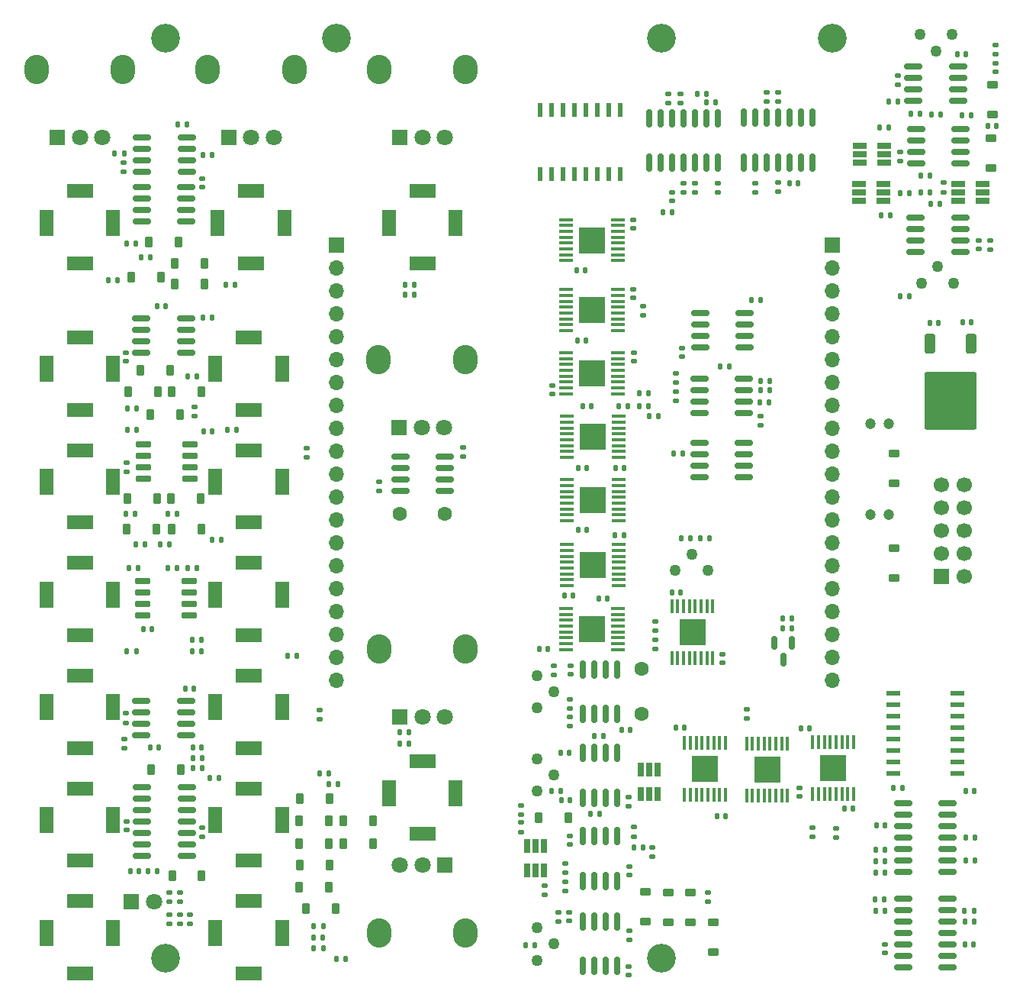
<source format=gbr>
%TF.GenerationSoftware,KiCad,Pcbnew,7.0.10*%
%TF.CreationDate,2024-04-12T22:07:13+02:00*%
%TF.ProjectId,L235-Analog-Processor,4c323335-2d41-46e6-916c-6f672d50726f,rev?*%
%TF.SameCoordinates,Original*%
%TF.FileFunction,Soldermask,Top*%
%TF.FilePolarity,Negative*%
%FSLAX46Y46*%
G04 Gerber Fmt 4.6, Leading zero omitted, Abs format (unit mm)*
G04 Created by KiCad (PCBNEW 7.0.10) date 2024-04-12 22:07:13*
%MOMM*%
%LPD*%
G01*
G04 APERTURE LIST*
G04 Aperture macros list*
%AMRoundRect*
0 Rectangle with rounded corners*
0 $1 Rounding radius*
0 $2 $3 $4 $5 $6 $7 $8 $9 X,Y pos of 4 corners*
0 Add a 4 corners polygon primitive as box body*
4,1,4,$2,$3,$4,$5,$6,$7,$8,$9,$2,$3,0*
0 Add four circle primitives for the rounded corners*
1,1,$1+$1,$2,$3*
1,1,$1+$1,$4,$5*
1,1,$1+$1,$6,$7*
1,1,$1+$1,$8,$9*
0 Add four rect primitives between the rounded corners*
20,1,$1+$1,$2,$3,$4,$5,0*
20,1,$1+$1,$4,$5,$6,$7,0*
20,1,$1+$1,$6,$7,$8,$9,0*
20,1,$1+$1,$8,$9,$2,$3,0*%
G04 Aperture macros list end*
%ADD10O,2.720000X3.240000*%
%ADD11R,1.800000X1.800000*%
%ADD12C,1.800000*%
%ADD13R,0.650000X1.560000*%
%ADD14RoundRect,0.135000X-0.185000X0.135000X-0.185000X-0.135000X0.185000X-0.135000X0.185000X0.135000X0*%
%ADD15RoundRect,0.135000X0.185000X-0.135000X0.185000X0.135000X-0.185000X0.135000X-0.185000X-0.135000X0*%
%ADD16RoundRect,0.140000X-0.170000X0.140000X-0.170000X-0.140000X0.170000X-0.140000X0.170000X0.140000X0*%
%ADD17C,3.200000*%
%ADD18RoundRect,0.150000X0.825000X0.150000X-0.825000X0.150000X-0.825000X-0.150000X0.825000X-0.150000X0*%
%ADD19RoundRect,0.140000X0.140000X0.170000X-0.140000X0.170000X-0.140000X-0.170000X0.140000X-0.170000X0*%
%ADD20RoundRect,0.135000X-0.135000X-0.185000X0.135000X-0.185000X0.135000X0.185000X-0.135000X0.185000X0*%
%ADD21RoundRect,0.140000X-0.140000X-0.170000X0.140000X-0.170000X0.140000X0.170000X-0.140000X0.170000X0*%
%ADD22RoundRect,0.100000X0.675000X0.100000X-0.675000X0.100000X-0.675000X-0.100000X0.675000X-0.100000X0*%
%ADD23R,3.000000X3.000000*%
%ADD24RoundRect,0.225000X0.225000X0.375000X-0.225000X0.375000X-0.225000X-0.375000X0.225000X-0.375000X0*%
%ADD25C,1.600000*%
%ADD26RoundRect,0.150000X-0.725000X-0.150000X0.725000X-0.150000X0.725000X0.150000X-0.725000X0.150000X0*%
%ADD27RoundRect,0.100000X0.100000X-0.675000X0.100000X0.675000X-0.100000X0.675000X-0.100000X-0.675000X0*%
%ADD28RoundRect,0.150000X0.150000X-0.825000X0.150000X0.825000X-0.150000X0.825000X-0.150000X-0.825000X0*%
%ADD29RoundRect,0.225000X-0.375000X0.225000X-0.375000X-0.225000X0.375000X-0.225000X0.375000X0.225000X0*%
%ADD30RoundRect,0.135000X0.135000X0.185000X-0.135000X0.185000X-0.135000X-0.185000X0.135000X-0.185000X0*%
%ADD31R,1.500000X3.000000*%
%ADD32R,3.000000X1.500000*%
%ADD33RoundRect,0.225000X-0.225000X-0.375000X0.225000X-0.375000X0.225000X0.375000X-0.225000X0.375000X0*%
%ADD34RoundRect,0.140000X0.170000X-0.140000X0.170000X0.140000X-0.170000X0.140000X-0.170000X-0.140000X0*%
%ADD35R,0.600000X1.500000*%
%ADD36RoundRect,0.150000X-0.825000X-0.150000X0.825000X-0.150000X0.825000X0.150000X-0.825000X0.150000X0*%
%ADD37RoundRect,0.150000X-0.150000X0.587500X-0.150000X-0.587500X0.150000X-0.587500X0.150000X0.587500X0*%
%ADD38RoundRect,0.100000X-0.100000X0.675000X-0.100000X-0.675000X0.100000X-0.675000X0.100000X0.675000X0*%
%ADD39R,1.700000X1.700000*%
%ADD40O,1.700000X1.700000*%
%ADD41RoundRect,0.150000X-0.150000X0.825000X-0.150000X-0.825000X0.150000X-0.825000X0.150000X0.825000X0*%
%ADD42R,1.560000X0.650000*%
%ADD43RoundRect,0.250000X-0.350000X0.850000X-0.350000X-0.850000X0.350000X-0.850000X0.350000X0.850000X0*%
%ADD44RoundRect,0.249997X-2.650003X2.950003X-2.650003X-2.950003X2.650003X-2.950003X2.650003X2.950003X0*%
%ADD45RoundRect,0.225000X0.375000X-0.225000X0.375000X0.225000X-0.375000X0.225000X-0.375000X-0.225000X0*%
%ADD46R,1.500000X0.600000*%
%ADD47C,1.200000*%
%ADD48C,1.260000*%
%ADD49C,1.700000*%
G04 APERTURE END LIST*
D10*
%TO.C,RV10*%
X143800000Y-36750000D03*
X153400000Y-36750000D03*
D11*
X146100000Y-44250000D03*
D12*
X148600000Y-44250000D03*
X151100000Y-44250000D03*
%TD*%
D13*
%TO.C,TR4*%
X191840000Y-117070000D03*
X192790000Y-117070000D03*
X193740000Y-117070000D03*
X193740000Y-114370000D03*
X192790000Y-114370000D03*
X191840000Y-114370000D03*
%TD*%
D14*
%TO.C,R14*%
X195790000Y-72450000D03*
X195790000Y-73470000D03*
%TD*%
D15*
%TO.C,R42*%
X199300000Y-129000000D03*
X199300000Y-127980000D03*
%TD*%
D16*
%TO.C,C25*%
X229350000Y-55690000D03*
X229350000Y-56650000D03*
%TD*%
D17*
%TO.C,H1*%
X194100000Y-33250000D03*
%TD*%
D18*
%TO.C,U6*%
X227050000Y-40230000D03*
X227050000Y-38960000D03*
X227050000Y-37690000D03*
X227050000Y-36420000D03*
X222100000Y-36420000D03*
X222100000Y-37690000D03*
X222100000Y-38960000D03*
X222100000Y-40230000D03*
%TD*%
D19*
%TO.C,C35*%
X142280000Y-105350000D03*
X141320000Y-105350000D03*
%TD*%
D20*
%TO.C,R87*%
X134830000Y-101250000D03*
X135850000Y-101250000D03*
%TD*%
D21*
%TO.C,C41*%
X143310000Y-76810000D03*
X144270000Y-76810000D03*
%TD*%
D22*
%TO.C,U26*%
X189350000Y-72675000D03*
X189350000Y-72025000D03*
X189350000Y-71375000D03*
X189350000Y-70725000D03*
X189350000Y-70075000D03*
X189350000Y-69425000D03*
X189350000Y-68775000D03*
X189350000Y-68125000D03*
X183600000Y-68125000D03*
X183600000Y-68775000D03*
X183600000Y-69425000D03*
X183600000Y-70075000D03*
X183600000Y-70725000D03*
X183600000Y-71375000D03*
X183600000Y-72025000D03*
X183600000Y-72675000D03*
D23*
X186475000Y-70400000D03*
%TD*%
D24*
%TO.C,D17*%
X162160000Y-122540000D03*
X158860000Y-122540000D03*
%TD*%
D21*
%TO.C,C1*%
X230365000Y-43025000D03*
X231325000Y-43025000D03*
%TD*%
%TO.C,C80*%
X204165000Y-62325000D03*
X205125000Y-62325000D03*
%TD*%
D25*
%TO.C,C7*%
X191950000Y-108150000D03*
X191950000Y-103150000D03*
%TD*%
D14*
%TO.C,R35*%
X142350000Y-74140000D03*
X142350000Y-75160000D03*
%TD*%
D20*
%TO.C,R85*%
X134910000Y-76650000D03*
X135930000Y-76650000D03*
%TD*%
D21*
%TO.C,C66*%
X183376000Y-95028000D03*
X184336000Y-95028000D03*
%TD*%
D26*
%TO.C,U15*%
X136600000Y-93440000D03*
X136600000Y-94710000D03*
X136600000Y-95980000D03*
X136600000Y-97250000D03*
X141750000Y-97250000D03*
X141750000Y-95980000D03*
X141750000Y-94710000D03*
X141750000Y-93440000D03*
%TD*%
D27*
%TO.C,U33*%
X203600000Y-117260000D03*
X204250000Y-117260000D03*
X204900000Y-117260000D03*
X205550000Y-117260000D03*
X206200000Y-117260000D03*
X206850000Y-117260000D03*
X207500000Y-117260000D03*
X208150000Y-117260000D03*
X208150000Y-111510000D03*
X207500000Y-111510000D03*
X206850000Y-111510000D03*
X206200000Y-111510000D03*
X205550000Y-111510000D03*
X204900000Y-111510000D03*
X204250000Y-111510000D03*
X203600000Y-111510000D03*
D23*
X205875000Y-114385000D03*
%TD*%
D21*
%TO.C,C50*%
X187186000Y-95434400D03*
X188146000Y-95434400D03*
%TD*%
D28*
%TO.C,U9*%
X185385000Y-126700000D03*
X186655000Y-126700000D03*
X187925000Y-126700000D03*
X189195000Y-126700000D03*
X189195000Y-121750000D03*
X187925000Y-121750000D03*
X186655000Y-121750000D03*
X185385000Y-121750000D03*
%TD*%
D20*
%TO.C,R21*%
X220600000Y-61830000D03*
X221620000Y-61830000D03*
%TD*%
D29*
%TO.C,D21*%
X192328800Y-127942800D03*
X192328800Y-131242800D03*
%TD*%
D22*
%TO.C,U28*%
X189407561Y-86750000D03*
X189407561Y-86100000D03*
X189407561Y-85450000D03*
X189407561Y-84800000D03*
X189407561Y-84150000D03*
X189407561Y-83500000D03*
X189407561Y-82850000D03*
X189407561Y-82200000D03*
X183657561Y-82200000D03*
X183657561Y-82850000D03*
X183657561Y-83500000D03*
X183657561Y-84150000D03*
X183657561Y-84800000D03*
X183657561Y-85450000D03*
X183657561Y-86100000D03*
X183657561Y-86750000D03*
D23*
X186532561Y-84475000D03*
%TD*%
D30*
%TO.C,R72*%
X158244000Y-115978000D03*
X157224000Y-115978000D03*
%TD*%
D21*
%TO.C,C6*%
X183020000Y-117750000D03*
X183980000Y-117750000D03*
%TD*%
D19*
%TO.C,C69*%
X185850000Y-87780000D03*
X184890000Y-87780000D03*
%TD*%
D28*
%TO.C,U10*%
X185385000Y-117450000D03*
X186655000Y-117450000D03*
X187925000Y-117450000D03*
X189195000Y-117450000D03*
X189195000Y-112500000D03*
X187925000Y-112500000D03*
X186655000Y-112500000D03*
X185385000Y-112500000D03*
%TD*%
D30*
%TO.C,R88*%
X133770000Y-60130000D03*
X132750000Y-60130000D03*
%TD*%
D29*
%TO.C,D10*%
X230850000Y-38400000D03*
X230850000Y-41700000D03*
%TD*%
D31*
%TO.C,J11*%
X152050000Y-94950000D03*
D32*
X148350000Y-91450000D03*
X148350000Y-99450000D03*
D31*
X144650000Y-94950000D03*
%TD*%
%TO.C,J4*%
X152050000Y-119950000D03*
D32*
X148350000Y-116450000D03*
X148350000Y-124450000D03*
D31*
X144650000Y-119950000D03*
%TD*%
D14*
%TO.C,R24*%
X220600000Y-45880000D03*
X220600000Y-46900000D03*
%TD*%
D20*
%TO.C,R76*%
X158060000Y-135330000D03*
X159080000Y-135330000D03*
%TD*%
%TO.C,R26*%
X222950000Y-50350000D03*
X223970000Y-50350000D03*
%TD*%
D19*
%TO.C,C48*%
X195300000Y-52550000D03*
X194340000Y-52550000D03*
%TD*%
D30*
%TO.C,R5*%
X137410000Y-57525000D03*
X136390000Y-57525000D03*
%TD*%
D20*
%TO.C,R106*%
X227795000Y-130030000D03*
X228815000Y-130030000D03*
%TD*%
%TO.C,R92*%
X152640000Y-101725000D03*
X153660000Y-101725000D03*
%TD*%
D31*
%TO.C,J2*%
X152300000Y-53700000D03*
D32*
X148600000Y-50200000D03*
X148600000Y-58200000D03*
D31*
X144900000Y-53700000D03*
%TD*%
D20*
%TO.C,R37*%
X144240000Y-88860000D03*
X145260000Y-88860000D03*
%TD*%
D31*
%TO.C,J12*%
X171300000Y-53700000D03*
D32*
X167600000Y-50200000D03*
X167600000Y-58200000D03*
D31*
X163900000Y-53700000D03*
%TD*%
D33*
%TO.C,D8*%
X140125000Y-60500000D03*
X143425000Y-60500000D03*
%TD*%
D16*
%TO.C,C28*%
X183980400Y-121698000D03*
X183980400Y-122658000D03*
%TD*%
D21*
%TO.C,C4*%
X141600000Y-92000000D03*
X142560000Y-92000000D03*
%TD*%
%TO.C,C43*%
X207637500Y-98675000D03*
X208597500Y-98675000D03*
%TD*%
D34*
%TO.C,C54*%
X191041600Y-54337200D03*
X191041600Y-53377200D03*
%TD*%
D30*
%TO.C,R3*%
X144277500Y-46227501D03*
X143257500Y-46227501D03*
%TD*%
%TO.C,R23*%
X225111974Y-41685000D03*
X224091974Y-41685000D03*
%TD*%
D14*
%TO.C,R59*%
X141859000Y-130429000D03*
X141859000Y-131449000D03*
%TD*%
D16*
%TO.C,C71*%
X203600000Y-107690000D03*
X203600000Y-108650000D03*
%TD*%
D20*
%TO.C,R75*%
X155573000Y-131699000D03*
X156593000Y-131699000D03*
%TD*%
D14*
%TO.C,R49*%
X178562000Y-120241600D03*
X178562000Y-121261600D03*
%TD*%
D16*
%TO.C,C9*%
X139573000Y-130485000D03*
X139573000Y-131445000D03*
%TD*%
%TO.C,C58*%
X209490000Y-116390000D03*
X209490000Y-117350000D03*
%TD*%
D30*
%TO.C,R63*%
X192695000Y-74050000D03*
X191675000Y-74050000D03*
%TD*%
%TO.C,R108*%
X218920000Y-130020000D03*
X217900000Y-130020000D03*
%TD*%
D34*
%TO.C,C27*%
X190500000Y-137160000D03*
X190500000Y-136200000D03*
%TD*%
D31*
%TO.C,J17*%
X133300000Y-82450000D03*
D32*
X129600000Y-78950000D03*
X129600000Y-86950000D03*
D31*
X125900000Y-82450000D03*
%TD*%
D10*
%TO.C,RV9*%
X124800000Y-36750000D03*
X134400000Y-36750000D03*
D11*
X127100000Y-44250000D03*
D12*
X129600000Y-44250000D03*
X132100000Y-44250000D03*
%TD*%
D19*
%TO.C,C75*%
X228860000Y-116725000D03*
X227900000Y-116725000D03*
%TD*%
D27*
%TO.C,U32*%
X210922500Y-117060000D03*
X211572500Y-117060000D03*
X212222500Y-117060000D03*
X212872500Y-117060000D03*
X213522500Y-117060000D03*
X214172500Y-117060000D03*
X214822500Y-117060000D03*
X215472500Y-117060000D03*
X215472500Y-111310000D03*
X214822500Y-111310000D03*
X214172500Y-111310000D03*
X213522500Y-111310000D03*
X212872500Y-111310000D03*
X212222500Y-111310000D03*
X211572500Y-111310000D03*
X210922500Y-111310000D03*
D23*
X213197500Y-114185000D03*
%TD*%
D21*
%TO.C,C76*%
X227815000Y-133750000D03*
X228775000Y-133750000D03*
%TD*%
D16*
%TO.C,C24*%
X162790000Y-82480000D03*
X162790000Y-83440000D03*
%TD*%
D31*
%TO.C,J7*%
X152050000Y-69950000D03*
D32*
X148350000Y-66450000D03*
X148350000Y-74450000D03*
D31*
X144650000Y-69950000D03*
%TD*%
D35*
%TO.C,U19*%
X189572500Y-41185000D03*
X188302500Y-41185000D03*
X187032500Y-41185000D03*
X185762500Y-41185000D03*
X184492500Y-41185000D03*
X183222500Y-41185000D03*
X181952500Y-41185000D03*
X180682500Y-41185000D03*
X180682500Y-48285000D03*
X181952500Y-48285000D03*
X183222500Y-48285000D03*
X184492500Y-48285000D03*
X185762500Y-48285000D03*
X187032500Y-48285000D03*
X188302500Y-48285000D03*
X189572500Y-48285000D03*
%TD*%
D13*
%TO.C,TR3*%
X181125000Y-122850000D03*
X180175000Y-122850000D03*
X179225000Y-122850000D03*
X179225000Y-125550000D03*
X180175000Y-125550000D03*
X181125000Y-125550000D03*
%TD*%
D22*
%TO.C,U24*%
X189400000Y-79725000D03*
X189400000Y-79075000D03*
X189400000Y-78425000D03*
X189400000Y-77775000D03*
X189400000Y-77125000D03*
X189400000Y-76475000D03*
X189400000Y-75825000D03*
X189400000Y-75175000D03*
X183650000Y-75175000D03*
X183650000Y-75825000D03*
X183650000Y-76475000D03*
X183650000Y-77125000D03*
X183650000Y-77775000D03*
X183650000Y-78425000D03*
X183650000Y-79075000D03*
X183650000Y-79725000D03*
D23*
X186525000Y-77450000D03*
%TD*%
D29*
%TO.C,D20*%
X194868800Y-127968200D03*
X194868800Y-131268200D03*
%TD*%
D34*
%TO.C,C37*%
X143170000Y-121770000D03*
X143170000Y-120810000D03*
%TD*%
D19*
%TO.C,C52*%
X185860000Y-80900000D03*
X184900000Y-80900000D03*
%TD*%
D21*
%TO.C,C16*%
X134820000Y-56050000D03*
X135780000Y-56050000D03*
%TD*%
D15*
%TO.C,R101*%
X193500000Y-98950000D03*
X193500000Y-97930000D03*
%TD*%
D19*
%TO.C,C22*%
X227920000Y-35030000D03*
X226960000Y-35030000D03*
%TD*%
D21*
%TO.C,C60*%
X195725000Y-109700000D03*
X196685000Y-109700000D03*
%TD*%
D16*
%TO.C,C14*%
X134680000Y-68140000D03*
X134680000Y-69100000D03*
%TD*%
D34*
%TO.C,C77*%
X218950000Y-134710000D03*
X218950000Y-133750000D03*
%TD*%
D30*
%TO.C,R107*%
X228835000Y-131180000D03*
X227815000Y-131180000D03*
%TD*%
D36*
%TO.C,U29*%
X220975000Y-118095000D03*
X220975000Y-119365000D03*
X220975000Y-120635000D03*
X220975000Y-121905000D03*
X220975000Y-123175000D03*
X220975000Y-124445000D03*
X220975000Y-125715000D03*
X225925000Y-125715000D03*
X225925000Y-124445000D03*
X225925000Y-123175000D03*
X225925000Y-121905000D03*
X225925000Y-120635000D03*
X225925000Y-119365000D03*
X225925000Y-118095000D03*
%TD*%
D14*
%TO.C,R22*%
X225450000Y-49290000D03*
X225450000Y-50310000D03*
%TD*%
D30*
%TO.C,R94*%
X200152500Y-40360000D03*
X199132500Y-40360000D03*
%TD*%
D31*
%TO.C,J13*%
X171300000Y-116950000D03*
D32*
X167600000Y-113450000D03*
X167600000Y-121450000D03*
D31*
X163900000Y-116950000D03*
%TD*%
D20*
%TO.C,R1*%
X133477500Y-46050000D03*
X134497500Y-46050000D03*
%TD*%
D16*
%TO.C,C36*%
X134770000Y-120120000D03*
X134770000Y-121080000D03*
%TD*%
D37*
%TO.C,U18*%
X208600000Y-100300000D03*
X206700000Y-100300000D03*
X207650000Y-102175000D03*
%TD*%
D20*
%TO.C,R105*%
X227905000Y-124405000D03*
X228925000Y-124405000D03*
%TD*%
D21*
%TO.C,C8*%
X142140000Y-111900000D03*
X143100000Y-111900000D03*
%TD*%
D19*
%TO.C,C46*%
X209335000Y-49300000D03*
X208375000Y-49300000D03*
%TD*%
D30*
%TO.C,R20*%
X144272000Y-64262000D03*
X143252000Y-64262000D03*
%TD*%
D21*
%TO.C,C64*%
X180554000Y-100997000D03*
X181514000Y-100997000D03*
%TD*%
D18*
%TO.C,U30*%
X225900000Y-136270000D03*
X225900000Y-135000000D03*
X225900000Y-133730000D03*
X225900000Y-132460000D03*
X225900000Y-131190000D03*
X225900000Y-129920000D03*
X225900000Y-128650000D03*
X220950000Y-128650000D03*
X220950000Y-129920000D03*
X220950000Y-131190000D03*
X220950000Y-132460000D03*
X220950000Y-133730000D03*
X220950000Y-135000000D03*
X220950000Y-136270000D03*
%TD*%
D14*
%TO.C,R13*%
X195790000Y-70450000D03*
X195790000Y-71470000D03*
%TD*%
D20*
%TO.C,R84*%
X135058000Y-91980000D03*
X136078000Y-91980000D03*
%TD*%
%TO.C,R54*%
X186720000Y-110640000D03*
X187740000Y-110640000D03*
%TD*%
D24*
%TO.C,D31*%
X138190000Y-84290000D03*
X134890000Y-84290000D03*
%TD*%
D31*
%TO.C,J8*%
X152050000Y-107450000D03*
D32*
X148350000Y-103950000D03*
X148350000Y-111950000D03*
D31*
X144650000Y-107450000D03*
%TD*%
D10*
%TO.C,RV11*%
X162800000Y-36750000D03*
X172400000Y-36750000D03*
D11*
X165100000Y-44250000D03*
D12*
X167600000Y-44250000D03*
X170100000Y-44250000D03*
%TD*%
D30*
%TO.C,R90*%
X199110000Y-39400000D03*
X198090000Y-39400000D03*
%TD*%
D16*
%TO.C,C67*%
X182030000Y-71740000D03*
X182030000Y-72700000D03*
%TD*%
D22*
%TO.C,U23*%
X189325000Y-101050000D03*
X189325000Y-100400000D03*
X189325000Y-99750000D03*
X189325000Y-99100000D03*
X189325000Y-98450000D03*
X189325000Y-97800000D03*
X189325000Y-97150000D03*
X189325000Y-96500000D03*
X183575000Y-96500000D03*
X183575000Y-97150000D03*
X183575000Y-97800000D03*
X183575000Y-98450000D03*
X183575000Y-99100000D03*
X183575000Y-99750000D03*
X183575000Y-100400000D03*
X183575000Y-101050000D03*
D23*
X186450000Y-98775000D03*
%TD*%
D20*
%TO.C,R79*%
X137160000Y-125603000D03*
X138180000Y-125603000D03*
%TD*%
D24*
%TO.C,D11*%
X157240000Y-122530000D03*
X153940000Y-122530000D03*
%TD*%
D36*
%TO.C,U7*%
X165175000Y-79645000D03*
X165175000Y-80915000D03*
X165175000Y-82185000D03*
X165175000Y-83455000D03*
X170125000Y-83455000D03*
X170125000Y-82185000D03*
X170125000Y-80915000D03*
X170125000Y-79645000D03*
%TD*%
D34*
%TO.C,C63*%
X191020000Y-62060000D03*
X191020000Y-61100000D03*
%TD*%
D24*
%TO.C,D1*%
X139600000Y-70080000D03*
X136300000Y-70080000D03*
%TD*%
D14*
%TO.C,R27*%
X230600000Y-55650000D03*
X230600000Y-56670000D03*
%TD*%
D19*
%TO.C,C21*%
X220350000Y-40240000D03*
X219390000Y-40240000D03*
%TD*%
D31*
%TO.C,J5*%
X133300000Y-132450000D03*
D32*
X129600000Y-128950000D03*
X129600000Y-136950000D03*
D31*
X125900000Y-132450000D03*
%TD*%
D28*
%TO.C,U8*%
X185385000Y-136150000D03*
X186655000Y-136150000D03*
X187925000Y-136150000D03*
X189195000Y-136150000D03*
X189195000Y-131200000D03*
X187925000Y-131200000D03*
X186655000Y-131200000D03*
X185385000Y-131200000D03*
%TD*%
D31*
%TO.C,J10*%
X133300000Y-107450000D03*
D32*
X129600000Y-103950000D03*
X129600000Y-111950000D03*
D31*
X125900000Y-107450000D03*
%TD*%
D24*
%TO.C,D13*%
X157270000Y-124950000D03*
X153970000Y-124950000D03*
%TD*%
D34*
%TO.C,C5*%
X183500000Y-127780000D03*
X183500000Y-126820000D03*
%TD*%
D20*
%TO.C,R66*%
X165730000Y-60600000D03*
X166750000Y-60600000D03*
%TD*%
D38*
%TO.C,U34*%
X199850000Y-96250000D03*
X199200000Y-96250000D03*
X198550000Y-96250000D03*
X197900000Y-96250000D03*
X197250000Y-96250000D03*
X196600000Y-96250000D03*
X195950000Y-96250000D03*
X195300000Y-96250000D03*
X195300000Y-102000000D03*
X195950000Y-102000000D03*
X196600000Y-102000000D03*
X197250000Y-102000000D03*
X197900000Y-102000000D03*
X198550000Y-102000000D03*
X199200000Y-102000000D03*
X199850000Y-102000000D03*
D23*
X197575000Y-99125000D03*
%TD*%
D30*
%TO.C,R69*%
X143160000Y-113050000D03*
X142140000Y-113050000D03*
%TD*%
D20*
%TO.C,R38*%
X138530000Y-89420000D03*
X139550000Y-89420000D03*
%TD*%
D30*
%TO.C,R17*%
X199500000Y-88700000D03*
X198480000Y-88700000D03*
%TD*%
D19*
%TO.C,C65*%
X189969600Y-88373200D03*
X189009600Y-88373200D03*
%TD*%
%TO.C,C12*%
X141440000Y-42785000D03*
X140480000Y-42785000D03*
%TD*%
D16*
%TO.C,C44*%
X194925000Y-39445000D03*
X194925000Y-40405000D03*
%TD*%
D19*
%TO.C,C10*%
X136170000Y-125603000D03*
X135210000Y-125603000D03*
%TD*%
D15*
%TO.C,R112*%
X210937500Y-121850000D03*
X210937500Y-120830000D03*
%TD*%
D36*
%TO.C,U1*%
X136490000Y-44245000D03*
X136490000Y-45515000D03*
X136490000Y-46785000D03*
X136490000Y-48055000D03*
X141440000Y-48055000D03*
X141440000Y-46785000D03*
X141440000Y-45515000D03*
X141440000Y-44245000D03*
%TD*%
D30*
%TO.C,R34*%
X147010000Y-76700000D03*
X145990000Y-76700000D03*
%TD*%
D31*
%TO.C,J15*%
X133300000Y-94950000D03*
D32*
X129600000Y-91450000D03*
X129600000Y-99450000D03*
D31*
X125900000Y-94950000D03*
%TD*%
D19*
%TO.C,C30*%
X183935000Y-112525000D03*
X182975000Y-112525000D03*
%TD*%
%TO.C,C49*%
X185700000Y-59000000D03*
X184740000Y-59000000D03*
%TD*%
D36*
%TO.C,U2*%
X136415000Y-64310000D03*
X136415000Y-65580000D03*
X136415000Y-66850000D03*
X136415000Y-68120000D03*
X141365000Y-68120000D03*
X141365000Y-66850000D03*
X141365000Y-65580000D03*
X141365000Y-64310000D03*
%TD*%
D30*
%TO.C,R29*%
X221620000Y-50400000D03*
X220600000Y-50400000D03*
%TD*%
D20*
%TO.C,R32*%
X218490000Y-52900000D03*
X219510000Y-52900000D03*
%TD*%
%TO.C,R61*%
X227905000Y-121905000D03*
X228925000Y-121905000D03*
%TD*%
D15*
%TO.C,R58*%
X183950000Y-109550000D03*
X183950000Y-108530000D03*
%TD*%
%TO.C,R33*%
X231200000Y-35020000D03*
X231200000Y-34000000D03*
%TD*%
D17*
%TO.C,H2*%
X213100000Y-33250000D03*
%TD*%
D20*
%TO.C,R74*%
X155563000Y-132949000D03*
X156583000Y-132949000D03*
%TD*%
D30*
%TO.C,R52*%
X182975000Y-116750000D03*
X181955000Y-116750000D03*
%TD*%
D19*
%TO.C,C56*%
X220880000Y-116420000D03*
X219920000Y-116420000D03*
%TD*%
D33*
%TO.C,D32*%
X134800000Y-87690000D03*
X138100000Y-87690000D03*
%TD*%
D34*
%TO.C,C2*%
X231200000Y-37000000D03*
X231200000Y-36040000D03*
%TD*%
D15*
%TO.C,R103*%
X192100000Y-63960000D03*
X192100000Y-62940000D03*
%TD*%
D16*
%TO.C,C29*%
X190584400Y-125078800D03*
X190584400Y-126038800D03*
%TD*%
D34*
%TO.C,C73*%
X200900000Y-102500000D03*
X200900000Y-101540000D03*
%TD*%
D30*
%TO.C,R10*%
X206190000Y-71260000D03*
X205170000Y-71260000D03*
%TD*%
D20*
%TO.C,R19*%
X145830000Y-60560000D03*
X146850000Y-60560000D03*
%TD*%
D31*
%TO.C,J16*%
X133300000Y-69950000D03*
D32*
X129600000Y-66450000D03*
X129600000Y-74450000D03*
D31*
X125900000Y-69950000D03*
%TD*%
D10*
%TO.C,RV8*%
X172400000Y-132475000D03*
X162800000Y-132475000D03*
D11*
X170100000Y-124975000D03*
D12*
X167600000Y-124975000D03*
X165100000Y-124975000D03*
%TD*%
D39*
%TO.C,J19*%
X213100000Y-56220000D03*
D40*
X213100000Y-58760000D03*
X213100000Y-61300000D03*
X213100000Y-63840000D03*
X213100000Y-66380000D03*
X213100000Y-68920000D03*
X213100000Y-71460000D03*
X213100000Y-74000000D03*
X213100000Y-76540000D03*
X213100000Y-79080000D03*
X213100000Y-81620000D03*
X213100000Y-84160000D03*
X213100000Y-86700000D03*
X213100000Y-89240000D03*
X213100000Y-91780000D03*
X213100000Y-94320000D03*
X213100000Y-96860000D03*
X213100000Y-99400000D03*
X213100000Y-101940000D03*
X213100000Y-104480000D03*
%TD*%
D19*
%TO.C,C70*%
X210560000Y-109750000D03*
X209600000Y-109750000D03*
%TD*%
%TO.C,C68*%
X185780000Y-66800000D03*
X184820000Y-66800000D03*
%TD*%
D15*
%TO.C,R113*%
X213537500Y-121870000D03*
X213537500Y-120850000D03*
%TD*%
D19*
%TO.C,C19*%
X223904000Y-48495200D03*
X222944000Y-48495200D03*
%TD*%
D20*
%TO.C,R31*%
X221850000Y-41650000D03*
X222870000Y-41650000D03*
%TD*%
D30*
%TO.C,R104*%
X192685000Y-72650000D03*
X191665000Y-72650000D03*
%TD*%
D33*
%TO.C,D2*%
X134960000Y-72470000D03*
X138260000Y-72470000D03*
%TD*%
D36*
%TO.C,U14*%
X198450000Y-63740000D03*
X198450000Y-65010000D03*
X198450000Y-66280000D03*
X198450000Y-67550000D03*
X203400000Y-67550000D03*
X203400000Y-66280000D03*
X203400000Y-65010000D03*
X203400000Y-63740000D03*
%TD*%
D18*
%TO.C,U5*%
X227350000Y-47155000D03*
X227350000Y-45885000D03*
X227350000Y-44615000D03*
X227350000Y-43345000D03*
X222400000Y-43345000D03*
X222400000Y-44615000D03*
X222400000Y-45885000D03*
X222400000Y-47155000D03*
%TD*%
D15*
%TO.C,R28*%
X220350000Y-38400000D03*
X220350000Y-37380000D03*
%TD*%
D14*
%TO.C,R78*%
X140716000Y-130425000D03*
X140716000Y-131445000D03*
%TD*%
D16*
%TO.C,C42*%
X134820000Y-80360000D03*
X134820000Y-81320000D03*
%TD*%
D24*
%TO.C,D16*%
X157250000Y-127380000D03*
X153950000Y-127380000D03*
%TD*%
D25*
%TO.C,C3*%
X170100000Y-86000000D03*
X165100000Y-86000000D03*
%TD*%
D14*
%TO.C,R98*%
X197835000Y-49315000D03*
X197835000Y-50335000D03*
%TD*%
D33*
%TO.C,D7*%
X140125000Y-58200000D03*
X143425000Y-58200000D03*
%TD*%
D20*
%TO.C,R30*%
X218350000Y-43150000D03*
X219370000Y-43150000D03*
%TD*%
D17*
%TO.C,H3*%
X139100000Y-135250000D03*
%TD*%
D30*
%TO.C,R102*%
X190400000Y-74050000D03*
X189380000Y-74050000D03*
%TD*%
D24*
%TO.C,D14*%
X157265000Y-120030000D03*
X153965000Y-120030000D03*
%TD*%
D36*
%TO.C,U3*%
X136477500Y-49740000D03*
X136477500Y-51010000D03*
X136477500Y-52280000D03*
X136477500Y-53550000D03*
X141427500Y-53550000D03*
X141427500Y-52280000D03*
X141427500Y-51010000D03*
X141427500Y-49740000D03*
%TD*%
D33*
%TO.C,D4*%
X139757500Y-72490000D03*
X143057500Y-72490000D03*
%TD*%
D30*
%TO.C,R8*%
X142590000Y-70740000D03*
X141570000Y-70740000D03*
%TD*%
D28*
%TO.C,U20*%
X192765000Y-47085000D03*
X194035000Y-47085000D03*
X195305000Y-47085000D03*
X196575000Y-47085000D03*
X197845000Y-47085000D03*
X199115000Y-47085000D03*
X200385000Y-47085000D03*
X200385000Y-42135000D03*
X199115000Y-42135000D03*
X197845000Y-42135000D03*
X196575000Y-42135000D03*
X195305000Y-42135000D03*
X194035000Y-42135000D03*
X192765000Y-42135000D03*
%TD*%
D15*
%TO.C,R43*%
X181160000Y-128270000D03*
X181160000Y-127250000D03*
%TD*%
D20*
%TO.C,R109*%
X217880000Y-128770000D03*
X218900000Y-128770000D03*
%TD*%
D22*
%TO.C,U22*%
X189350000Y-57925000D03*
X189350000Y-57275000D03*
X189350000Y-56625000D03*
X189350000Y-55975000D03*
X189350000Y-55325000D03*
X189350000Y-54675000D03*
X189350000Y-54025000D03*
X189350000Y-53375000D03*
X183600000Y-53375000D03*
X183600000Y-54025000D03*
X183600000Y-54675000D03*
X183600000Y-55325000D03*
X183600000Y-55975000D03*
X183600000Y-56625000D03*
X183600000Y-57275000D03*
X183600000Y-57925000D03*
D23*
X186475000Y-55650000D03*
%TD*%
D19*
%TO.C,C13*%
X139136000Y-62992000D03*
X138176000Y-62992000D03*
%TD*%
D15*
%TO.C,R68*%
X134550000Y-111970000D03*
X134550000Y-110950000D03*
%TD*%
%TO.C,R67*%
X134700000Y-109155000D03*
X134700000Y-108135000D03*
%TD*%
%TO.C,R40*%
X190550000Y-133250000D03*
X190550000Y-132230000D03*
%TD*%
D20*
%TO.C,R81*%
X142140000Y-114200000D03*
X143160000Y-114200000D03*
%TD*%
D33*
%TO.C,D19*%
X137500000Y-114350000D03*
X140800000Y-114350000D03*
%TD*%
D24*
%TO.C,D29*%
X143000000Y-84270000D03*
X139700000Y-84270000D03*
%TD*%
D21*
%TO.C,C82*%
X195530000Y-79342500D03*
X196490000Y-79342500D03*
%TD*%
D22*
%TO.C,U27*%
X189350000Y-65675000D03*
X189350000Y-65025000D03*
X189350000Y-64375000D03*
X189350000Y-63725000D03*
X189350000Y-63075000D03*
X189350000Y-62425000D03*
X189350000Y-61775000D03*
X189350000Y-61125000D03*
X183600000Y-61125000D03*
X183600000Y-61775000D03*
X183600000Y-62425000D03*
X183600000Y-63075000D03*
X183600000Y-63725000D03*
X183600000Y-64375000D03*
X183600000Y-65025000D03*
X183600000Y-65675000D03*
D23*
X186475000Y-63400000D03*
%TD*%
D33*
%TO.C,D22*%
X139829000Y-126111000D03*
X143129000Y-126111000D03*
%TD*%
D30*
%TO.C,R18*%
X197330000Y-88700000D03*
X196310000Y-88700000D03*
%TD*%
D24*
%TO.C,D6*%
X140550000Y-55875000D03*
X137250000Y-55875000D03*
%TD*%
D19*
%TO.C,C20*%
X228481200Y-41840400D03*
X227521200Y-41840400D03*
%TD*%
D33*
%TO.C,D12*%
X158877500Y-120020000D03*
X162177500Y-120020000D03*
%TD*%
D19*
%TO.C,C61*%
X228510000Y-64775000D03*
X227550000Y-64775000D03*
%TD*%
D36*
%TO.C,U13*%
X136525000Y-116317500D03*
X136525000Y-117587500D03*
X136525000Y-118857500D03*
X136525000Y-120127500D03*
X136525000Y-121397500D03*
X136525000Y-122667500D03*
X136525000Y-123937500D03*
X141475000Y-123937500D03*
X141475000Y-122667500D03*
X141475000Y-121397500D03*
X141475000Y-120127500D03*
X141475000Y-118857500D03*
X141475000Y-117587500D03*
X141475000Y-116317500D03*
%TD*%
D20*
%TO.C,R25*%
X224060000Y-51650000D03*
X225080000Y-51650000D03*
%TD*%
D39*
%TO.C,J14*%
X158100000Y-56220000D03*
D40*
X158100000Y-58760000D03*
X158100000Y-61300000D03*
X158100000Y-63840000D03*
X158100000Y-66380000D03*
X158100000Y-68920000D03*
X158100000Y-71460000D03*
X158100000Y-74000000D03*
X158100000Y-76540000D03*
X158100000Y-79080000D03*
X158100000Y-81620000D03*
X158100000Y-84160000D03*
X158100000Y-86700000D03*
X158100000Y-89240000D03*
X158100000Y-91780000D03*
X158100000Y-94320000D03*
X158100000Y-96860000D03*
X158100000Y-99400000D03*
X158100000Y-101940000D03*
X158100000Y-104480000D03*
%TD*%
D19*
%TO.C,C40*%
X137600000Y-98750000D03*
X136640000Y-98750000D03*
%TD*%
D14*
%TO.C,R50*%
X178562000Y-118362000D03*
X178562000Y-119382000D03*
%TD*%
D20*
%TO.C,R36*%
X139325000Y-86000000D03*
X140345000Y-86000000D03*
%TD*%
D18*
%TO.C,U4*%
X203290000Y-74860000D03*
X203290000Y-73590000D03*
X203290000Y-72320000D03*
X203290000Y-71050000D03*
X198340000Y-71050000D03*
X198340000Y-72320000D03*
X198340000Y-73590000D03*
X198340000Y-74860000D03*
%TD*%
D10*
%TO.C,RV12*%
X162800000Y-100975000D03*
X172400000Y-100975000D03*
D11*
X165100000Y-108475000D03*
D12*
X167600000Y-108475000D03*
X170100000Y-108475000D03*
%TD*%
D21*
%TO.C,C34*%
X137400000Y-111900000D03*
X138360000Y-111900000D03*
%TD*%
%TO.C,C51*%
X185380000Y-74090000D03*
X186340000Y-74090000D03*
%TD*%
D16*
%TO.C,C45*%
X195300000Y-50345000D03*
X195300000Y-51305000D03*
%TD*%
D30*
%TO.C,R71*%
X145034000Y-115316000D03*
X144014000Y-115316000D03*
%TD*%
D19*
%TO.C,C55*%
X190010000Y-80950000D03*
X189050000Y-80950000D03*
%TD*%
D15*
%TO.C,R99*%
X196585000Y-50335000D03*
X196585000Y-49315000D03*
%TD*%
%TO.C,R97*%
X204535000Y-50355000D03*
X204535000Y-49335000D03*
%TD*%
D21*
%TO.C,C57*%
X214465000Y-118650000D03*
X215425000Y-118650000D03*
%TD*%
%TO.C,C59*%
X200280000Y-119535000D03*
X201240000Y-119535000D03*
%TD*%
D30*
%TO.C,R9*%
X206190000Y-72260000D03*
X205170000Y-72260000D03*
%TD*%
D21*
%TO.C,C81*%
X200690000Y-69650000D03*
X201650000Y-69650000D03*
%TD*%
D20*
%TO.C,R70*%
X156208000Y-114808000D03*
X157228000Y-114808000D03*
%TD*%
D30*
%TO.C,R111*%
X166125000Y-111500000D03*
X165105000Y-111500000D03*
%TD*%
%TO.C,R65*%
X166750000Y-61700000D03*
X165730000Y-61700000D03*
%TD*%
D20*
%TO.C,R39*%
X142090000Y-100000000D03*
X143110000Y-100000000D03*
%TD*%
D41*
%TO.C,U21*%
X210885000Y-42085000D03*
X209615000Y-42085000D03*
X208345000Y-42085000D03*
X207075000Y-42085000D03*
X205805000Y-42085000D03*
X204535000Y-42085000D03*
X203265000Y-42085000D03*
X203265000Y-47035000D03*
X204535000Y-47035000D03*
X205805000Y-47035000D03*
X207075000Y-47035000D03*
X208345000Y-47035000D03*
X209615000Y-47035000D03*
X210885000Y-47035000D03*
%TD*%
D31*
%TO.C,J1*%
X133300000Y-53700000D03*
D32*
X129600000Y-50200000D03*
X129600000Y-58200000D03*
D31*
X125900000Y-53700000D03*
%TD*%
D42*
%TO.C,TR2*%
X218800000Y-51300000D03*
X218800000Y-50350000D03*
X218800000Y-49400000D03*
X216100000Y-49400000D03*
X216100000Y-50350000D03*
X216100000Y-51300000D03*
%TD*%
D11*
%TO.C,D24*%
X135325000Y-129000000D03*
D12*
X137865000Y-129000000D03*
%TD*%
D30*
%TO.C,R64*%
X193775000Y-75150000D03*
X192755000Y-75150000D03*
%TD*%
D24*
%TO.C,D15*%
X157275000Y-117605000D03*
X153975000Y-117605000D03*
%TD*%
D22*
%TO.C,U25*%
X189375000Y-93950000D03*
X189375000Y-93300000D03*
X189375000Y-92650000D03*
X189375000Y-92000000D03*
X189375000Y-91350000D03*
X189375000Y-90700000D03*
X189375000Y-90050000D03*
X189375000Y-89400000D03*
X183625000Y-89400000D03*
X183625000Y-90050000D03*
X183625000Y-90700000D03*
X183625000Y-91350000D03*
X183625000Y-92000000D03*
X183625000Y-92650000D03*
X183625000Y-93300000D03*
X183625000Y-93950000D03*
D23*
X186500000Y-91675000D03*
%TD*%
D43*
%TO.C,U36*%
X228505000Y-67125000D03*
D44*
X226225000Y-73425000D03*
D43*
X223945000Y-67125000D03*
%TD*%
D31*
%TO.C,J18*%
X133300000Y-119950000D03*
D32*
X129600000Y-116450000D03*
X129600000Y-124450000D03*
D31*
X125900000Y-119950000D03*
%TD*%
D33*
%TO.C,D26*%
X180517800Y-119684800D03*
X183817800Y-119684800D03*
%TD*%
D20*
%TO.C,R2*%
X207580000Y-97575000D03*
X208600000Y-97575000D03*
%TD*%
D30*
%TO.C,R89*%
X136860000Y-89350000D03*
X135840000Y-89350000D03*
%TD*%
%TO.C,R73*%
X156593000Y-134199000D03*
X155573000Y-134199000D03*
%TD*%
D20*
%TO.C,R7*%
X134872000Y-74270000D03*
X135892000Y-74270000D03*
%TD*%
D24*
%TO.C,D3*%
X140680000Y-74970000D03*
X137380000Y-74970000D03*
%TD*%
D45*
%TO.C,D9*%
X230675000Y-47600000D03*
X230675000Y-44300000D03*
%TD*%
D28*
%TO.C,U11*%
X185385000Y-108200000D03*
X186655000Y-108200000D03*
X187925000Y-108200000D03*
X189195000Y-108200000D03*
X189195000Y-103250000D03*
X187925000Y-103250000D03*
X186655000Y-103250000D03*
X185385000Y-103250000D03*
%TD*%
D33*
%TO.C,D18*%
X154686000Y-129794000D03*
X157986000Y-129794000D03*
%TD*%
D46*
%TO.C,U31*%
X227000000Y-114790000D03*
X227000000Y-113520000D03*
X227000000Y-112250000D03*
X227000000Y-110980000D03*
X227000000Y-109710000D03*
X227000000Y-108440000D03*
X227000000Y-107170000D03*
X227000000Y-105900000D03*
X219900000Y-105900000D03*
X219900000Y-107170000D03*
X219900000Y-108440000D03*
X219900000Y-109710000D03*
X219900000Y-110980000D03*
X219900000Y-112250000D03*
X219900000Y-113520000D03*
X219900000Y-114790000D03*
%TD*%
D34*
%TO.C,C53*%
X191075000Y-69050000D03*
X191075000Y-68090000D03*
%TD*%
D30*
%TO.C,R82*%
X143110000Y-101270000D03*
X142090000Y-101270000D03*
%TD*%
D42*
%TO.C,TR5*%
X229800000Y-51300000D03*
X229800000Y-50350000D03*
X229800000Y-49400000D03*
X227100000Y-49400000D03*
X227100000Y-50350000D03*
X227100000Y-51300000D03*
%TD*%
D34*
%TO.C,C47*%
X207100000Y-40250000D03*
X207100000Y-39290000D03*
%TD*%
%TO.C,C15*%
X143177500Y-49750000D03*
X143177500Y-48790000D03*
%TD*%
D14*
%TO.C,R46*%
X191090000Y-120750000D03*
X191090000Y-121770000D03*
%TD*%
D15*
%TO.C,R51*%
X182225000Y-103870000D03*
X182225000Y-102850000D03*
%TD*%
D30*
%TO.C,R16*%
X218920000Y-124520000D03*
X217900000Y-124520000D03*
%TD*%
D26*
%TO.C,U17*%
X136655000Y-78250000D03*
X136655000Y-79520000D03*
X136655000Y-80790000D03*
X136655000Y-82060000D03*
X141805000Y-82060000D03*
X141805000Y-80790000D03*
X141805000Y-79520000D03*
X141805000Y-78250000D03*
%TD*%
D29*
%TO.C,D23*%
X199900000Y-131300000D03*
X199900000Y-134600000D03*
%TD*%
D20*
%TO.C,R45*%
X179105000Y-133850000D03*
X180125000Y-133850000D03*
%TD*%
D33*
%TO.C,D30*%
X139750000Y-87690000D03*
X143050000Y-87690000D03*
%TD*%
D16*
%TO.C,C31*%
X190500000Y-117436000D03*
X190500000Y-118396000D03*
%TD*%
D14*
%TO.C,R48*%
X193125000Y-123015000D03*
X193125000Y-124035000D03*
%TD*%
D33*
%TO.C,D5*%
X135340000Y-59750000D03*
X138640000Y-59750000D03*
%TD*%
D20*
%TO.C,R15*%
X217900000Y-123270000D03*
X218920000Y-123270000D03*
%TD*%
%TO.C,R110*%
X165130000Y-110250000D03*
X166150000Y-110250000D03*
%TD*%
D31*
%TO.C,J9*%
X152050000Y-82450000D03*
D32*
X148350000Y-78950000D03*
X148350000Y-86950000D03*
D31*
X144650000Y-82450000D03*
%TD*%
D20*
%TO.C,R53*%
X186280000Y-119250000D03*
X187300000Y-119250000D03*
%TD*%
D14*
%TO.C,R12*%
X205115000Y-75180000D03*
X205115000Y-76200000D03*
%TD*%
D34*
%TO.C,C26*%
X183900000Y-131160000D03*
X183900000Y-130200000D03*
%TD*%
D17*
%TO.C,H1*%
X139100000Y-33250000D03*
%TD*%
D20*
%TO.C,R60*%
X217900000Y-125770000D03*
X218920000Y-125770000D03*
%TD*%
D18*
%TO.C,U12*%
X141370000Y-110540000D03*
X141370000Y-109270000D03*
X141370000Y-108000000D03*
X141370000Y-106730000D03*
X136420000Y-106730000D03*
X136420000Y-108000000D03*
X136420000Y-109270000D03*
X136420000Y-110540000D03*
%TD*%
D30*
%TO.C,R11*%
X206110000Y-73650000D03*
X205090000Y-73650000D03*
%TD*%
D19*
%TO.C,C74*%
X218985000Y-120575000D03*
X218025000Y-120575000D03*
%TD*%
D34*
%TO.C,C23*%
X172110000Y-79610000D03*
X172110000Y-78650000D03*
%TD*%
D15*
%TO.C,R91*%
X156210000Y-108762800D03*
X156210000Y-107742800D03*
%TD*%
D20*
%TO.C,R4*%
X139380000Y-92000000D03*
X140400000Y-92000000D03*
%TD*%
D16*
%TO.C,C32*%
X184060000Y-102815000D03*
X184060000Y-103775000D03*
%TD*%
D14*
%TO.C,R95*%
X205785000Y-39275000D03*
X205785000Y-40295000D03*
%TD*%
D15*
%TO.C,R96*%
X207085000Y-50305000D03*
X207085000Y-49285000D03*
%TD*%
D29*
%TO.C,D33*%
X219925000Y-89775000D03*
X219925000Y-93075000D03*
%TD*%
D34*
%TO.C,C78*%
X196400000Y-68575000D03*
X196400000Y-67615000D03*
%TD*%
D29*
%TO.C,D25*%
X197383400Y-127967200D03*
X197383400Y-131267200D03*
%TD*%
D15*
%TO.C,R100*%
X193500000Y-100970000D03*
X193500000Y-99950000D03*
%TD*%
D10*
%TO.C,RV7*%
X162750000Y-68890000D03*
X172350000Y-68890000D03*
D11*
X165050000Y-76390000D03*
D12*
X167550000Y-76390000D03*
X170050000Y-76390000D03*
%TD*%
D42*
%TO.C,TR1*%
X218850000Y-47050000D03*
X218850000Y-46100000D03*
X218850000Y-45150000D03*
X216150000Y-45150000D03*
X216150000Y-46100000D03*
X216150000Y-47050000D03*
%TD*%
D19*
%TO.C,C62*%
X224895000Y-64825000D03*
X223935000Y-64825000D03*
%TD*%
D31*
%TO.C,J3*%
X152050000Y-132450000D03*
D32*
X148350000Y-128950000D03*
X148350000Y-136950000D03*
D31*
X144650000Y-132450000D03*
%TD*%
D15*
%TO.C,R83*%
X196274000Y-40420000D03*
X196274000Y-39400000D03*
%TD*%
D16*
%TO.C,C11*%
X134477500Y-47090000D03*
X134477500Y-48050000D03*
%TD*%
D20*
%TO.C,R47*%
X191055000Y-122985000D03*
X192075000Y-122985000D03*
%TD*%
D18*
%TO.C,U37*%
X227300000Y-56920000D03*
X227300000Y-55650000D03*
X227300000Y-54380000D03*
X227300000Y-53110000D03*
X222350000Y-53110000D03*
X222350000Y-54380000D03*
X222350000Y-55650000D03*
X222350000Y-56920000D03*
%TD*%
D27*
%TO.C,U35*%
X196715000Y-117185000D03*
X197365000Y-117185000D03*
X198015000Y-117185000D03*
X198665000Y-117185000D03*
X199315000Y-117185000D03*
X199965000Y-117185000D03*
X200615000Y-117185000D03*
X201265000Y-117185000D03*
X201265000Y-111435000D03*
X200615000Y-111435000D03*
X199965000Y-111435000D03*
X199315000Y-111435000D03*
X198665000Y-111435000D03*
X198015000Y-111435000D03*
X197365000Y-111435000D03*
X196715000Y-111435000D03*
D23*
X198990000Y-114310000D03*
%TD*%
D21*
%TO.C,C33*%
X189750000Y-109940000D03*
X190710000Y-109940000D03*
%TD*%
D17*
%TO.C,H2*%
X158100000Y-33250000D03*
%TD*%
D15*
%TO.C,R57*%
X183950000Y-107550000D03*
X183950000Y-106530000D03*
%TD*%
D18*
%TO.C,U16*%
X203300000Y-81890000D03*
X203300000Y-80620000D03*
X203300000Y-79350000D03*
X203300000Y-78080000D03*
X198350000Y-78080000D03*
X198350000Y-79350000D03*
X198350000Y-80620000D03*
X198350000Y-81890000D03*
%TD*%
D14*
%TO.C,R62*%
X200385000Y-49315000D03*
X200385000Y-50335000D03*
%TD*%
D17*
%TO.C,H3*%
X194100000Y-135250000D03*
%TD*%
D45*
%TO.C,D34*%
X219950000Y-82600000D03*
X219950000Y-79300000D03*
%TD*%
D14*
%TO.C,R80*%
X139573000Y-128014000D03*
X139573000Y-129034000D03*
%TD*%
D20*
%TO.C,R86*%
X134670000Y-86000000D03*
X135690000Y-86000000D03*
%TD*%
D19*
%TO.C,C72*%
X196300000Y-94700000D03*
X195340000Y-94700000D03*
%TD*%
D15*
%TO.C,R93*%
X154750000Y-79710000D03*
X154750000Y-78690000D03*
%TD*%
%TO.C,R41*%
X182740000Y-131240000D03*
X182740000Y-130220000D03*
%TD*%
%TO.C,R44*%
X183500000Y-125798800D03*
X183500000Y-124778800D03*
%TD*%
%TO.C,R77*%
X140716000Y-129034000D03*
X140716000Y-128014000D03*
%TD*%
D47*
%TO.C,C38*%
X219350000Y-86100000D03*
X217350000Y-86100000D03*
%TD*%
D48*
%TO.C,RV1*%
X195703949Y-92296051D03*
X197500000Y-90500000D03*
X199296051Y-92296051D03*
%TD*%
%TO.C,RV6*%
X180378949Y-113153949D03*
X182175000Y-114950000D03*
X180378949Y-116746051D03*
%TD*%
%TO.C,RV4*%
X180375000Y-131900000D03*
X182171051Y-133696051D03*
X180375000Y-135492102D03*
%TD*%
%TO.C,RV2*%
X223007898Y-60400000D03*
X224803949Y-58603949D03*
X226600000Y-60400000D03*
%TD*%
%TO.C,RV5*%
X180378949Y-103903949D03*
X182175000Y-105700000D03*
X180378949Y-107496051D03*
%TD*%
D39*
%TO.C,J6*%
X225210000Y-92900000D03*
D49*
X227750000Y-92900000D03*
X225210000Y-90360000D03*
X227750000Y-90360000D03*
X225210000Y-87820000D03*
X227750000Y-87820000D03*
X225210000Y-85280000D03*
X227750000Y-85280000D03*
X225210000Y-82740000D03*
X227750000Y-82740000D03*
%TD*%
D47*
%TO.C,C39*%
X217350000Y-76025000D03*
X219350000Y-76025000D03*
%TD*%
D48*
%TO.C,RV3*%
X226396051Y-32853949D03*
X224600000Y-34650000D03*
X222803949Y-32853949D03*
%TD*%
M02*

</source>
